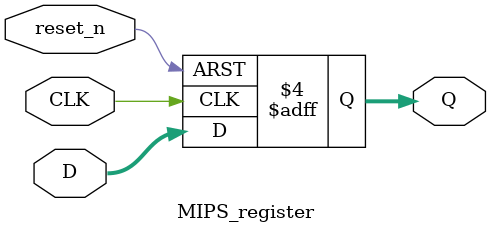
<source format=v>
`timescale 1ns/ 1ps
module MIPS_register(reset_n, CLK, D,Q);
    input CLK,reset_n;
    parameter n = 4;
    input [n-1:0] D;
    output reg [n-1:0] Q;
    
    always @(posedge CLK or negedge reset_n)
    if (!reset_n)
        Q <= 0;
    else if (CLK == 1)
        Q <= D;    
    
endmodule

</source>
